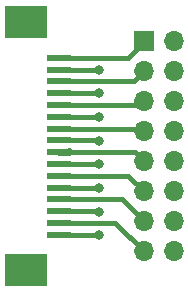
<source format=gbr>
G04 #@! TF.GenerationSoftware,KiCad,Pcbnew,5.1.6*
G04 #@! TF.CreationDate,2020-11-02T21:59:41+01:00*
G04 #@! TF.ProjectId,BL128128,424c3132-3831-4323-982e-6b696361645f,rev?*
G04 #@! TF.SameCoordinates,Original*
G04 #@! TF.FileFunction,Copper,L1,Top*
G04 #@! TF.FilePolarity,Positive*
%FSLAX46Y46*%
G04 Gerber Fmt 4.6, Leading zero omitted, Abs format (unit mm)*
G04 Created by KiCad (PCBNEW 5.1.6) date 2020-11-02 21:59:41*
%MOMM*%
%LPD*%
G01*
G04 APERTURE LIST*
G04 #@! TA.AperFunction,ComponentPad*
%ADD10R,1.700000X1.700000*%
G04 #@! TD*
G04 #@! TA.AperFunction,ComponentPad*
%ADD11O,1.700000X1.700000*%
G04 #@! TD*
G04 #@! TA.AperFunction,SMDPad,CuDef*
%ADD12R,2.000000X0.610000*%
G04 #@! TD*
G04 #@! TA.AperFunction,SMDPad,CuDef*
%ADD13R,3.600000X2.680000*%
G04 #@! TD*
G04 #@! TA.AperFunction,ViaPad*
%ADD14C,0.800000*%
G04 #@! TD*
G04 #@! TA.AperFunction,Conductor*
%ADD15C,0.400000*%
G04 #@! TD*
G04 #@! TA.AperFunction,Conductor*
%ADD16C,0.600000*%
G04 #@! TD*
G04 APERTURE END LIST*
D10*
X85250000Y-65000000D03*
D11*
X87790000Y-65000000D03*
X85250000Y-67540000D03*
X87790000Y-67540000D03*
X85250000Y-70080000D03*
X87790000Y-70080000D03*
X85250000Y-72620000D03*
X87790000Y-72620000D03*
X85250000Y-75160000D03*
X87790000Y-75160000D03*
X85250000Y-77700000D03*
X87790000Y-77700000D03*
X85250000Y-80240000D03*
X87790000Y-80240000D03*
X85250000Y-82780000D03*
X87790000Y-82780000D03*
D12*
X78050000Y-66375000D03*
X78050000Y-67375000D03*
X78050000Y-68375000D03*
X78050000Y-69375000D03*
X78050000Y-70375000D03*
X78050000Y-71375000D03*
X78050000Y-72375000D03*
X78050000Y-73375000D03*
X78050000Y-74375000D03*
X78050000Y-75375000D03*
X78050000Y-76375000D03*
X78050000Y-77375000D03*
X78050000Y-78375000D03*
X78050000Y-79375000D03*
X78050000Y-80375000D03*
X78050000Y-81375000D03*
D13*
X75250000Y-63385000D03*
X75250000Y-84365000D03*
D14*
X81450000Y-67400000D03*
X81450000Y-73400000D03*
X81450000Y-75400000D03*
X81450000Y-77400000D03*
X81450000Y-79400000D03*
X81450000Y-81400000D03*
X81450000Y-69400000D03*
X81450000Y-71400000D03*
D15*
X83875000Y-66375000D02*
X85250000Y-65000000D01*
X78050000Y-66375000D02*
X83875000Y-66375000D01*
X81425000Y-67375000D02*
X81450000Y-67400000D01*
X78050000Y-67375000D02*
X81425000Y-67375000D01*
X84415000Y-68375000D02*
X85250000Y-67540000D01*
X78050000Y-68375000D02*
X84415000Y-68375000D01*
X81425000Y-73375000D02*
X81450000Y-73400000D01*
X78050000Y-73375000D02*
X81425000Y-73375000D01*
D16*
X78875000Y-74375000D02*
X78939999Y-74310001D01*
X78050000Y-74375000D02*
X78875000Y-74375000D01*
D15*
X84465000Y-74375000D02*
X85250000Y-75160000D01*
X78050000Y-74375000D02*
X84465000Y-74375000D01*
X81425000Y-75375000D02*
X81450000Y-75400000D01*
X78050000Y-75375000D02*
X81425000Y-75375000D01*
X83925000Y-76375000D02*
X85250000Y-77700000D01*
X78050000Y-76375000D02*
X83925000Y-76375000D01*
X81425000Y-77375000D02*
X81450000Y-77400000D01*
X78050000Y-77375000D02*
X81425000Y-77375000D01*
X83385000Y-78375000D02*
X78050000Y-78375000D01*
X85250000Y-80240000D02*
X83385000Y-78375000D01*
X81425000Y-79375000D02*
X81450000Y-79400000D01*
X78050000Y-79375000D02*
X81425000Y-79375000D01*
X82845000Y-80375000D02*
X85250000Y-82780000D01*
X78050000Y-80375000D02*
X82845000Y-80375000D01*
X81425000Y-81375000D02*
X81450000Y-81400000D01*
X78050000Y-81375000D02*
X81425000Y-81375000D01*
X81425000Y-69375000D02*
X81450000Y-69400000D01*
X78050000Y-69375000D02*
X81425000Y-69375000D01*
X84955000Y-70375000D02*
X85250000Y-70080000D01*
X78050000Y-70375000D02*
X84955000Y-70375000D01*
X81425000Y-71375000D02*
X81450000Y-71400000D01*
X78050000Y-71375000D02*
X81425000Y-71375000D01*
X85005000Y-72375000D02*
X85250000Y-72620000D01*
X78050000Y-72375000D02*
X85005000Y-72375000D01*
M02*

</source>
